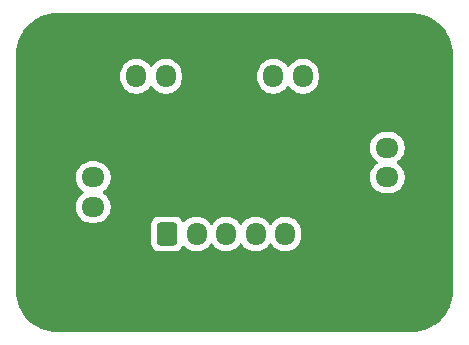
<source format=gbr>
%TF.GenerationSoftware,KiCad,Pcbnew,8.0.5-8.0.5-0~ubuntu24.04.1*%
%TF.CreationDate,2024-10-23T09:38:31+02:00*%
%TF.ProjectId,SensorConnector_PCB,53656e73-6f72-4436-9f6e-6e6563746f72,rev?*%
%TF.SameCoordinates,Original*%
%TF.FileFunction,Copper,L2,Bot*%
%TF.FilePolarity,Positive*%
%FSLAX46Y46*%
G04 Gerber Fmt 4.6, Leading zero omitted, Abs format (unit mm)*
G04 Created by KiCad (PCBNEW 8.0.5-8.0.5-0~ubuntu24.04.1) date 2024-10-23 09:38:31*
%MOMM*%
%LPD*%
G01*
G04 APERTURE LIST*
G04 Aperture macros list*
%AMRoundRect*
0 Rectangle with rounded corners*
0 $1 Rounding radius*
0 $2 $3 $4 $5 $6 $7 $8 $9 X,Y pos of 4 corners*
0 Add a 4 corners polygon primitive as box body*
4,1,4,$2,$3,$4,$5,$6,$7,$8,$9,$2,$3,0*
0 Add four circle primitives for the rounded corners*
1,1,$1+$1,$2,$3*
1,1,$1+$1,$4,$5*
1,1,$1+$1,$6,$7*
1,1,$1+$1,$8,$9*
0 Add four rect primitives between the rounded corners*
20,1,$1+$1,$2,$3,$4,$5,0*
20,1,$1+$1,$4,$5,$6,$7,0*
20,1,$1+$1,$6,$7,$8,$9,0*
20,1,$1+$1,$8,$9,$2,$3,0*%
G04 Aperture macros list end*
%TA.AperFunction,ComponentPad*%
%ADD10RoundRect,0.250000X-0.600000X-0.725000X0.600000X-0.725000X0.600000X0.725000X-0.600000X0.725000X0*%
%TD*%
%TA.AperFunction,ComponentPad*%
%ADD11O,1.700000X1.950000*%
%TD*%
%TA.AperFunction,ComponentPad*%
%ADD12RoundRect,0.250000X0.600000X0.725000X-0.600000X0.725000X-0.600000X-0.725000X0.600000X-0.725000X0*%
%TD*%
%TA.AperFunction,ComponentPad*%
%ADD13C,0.800000*%
%TD*%
%TA.AperFunction,ComponentPad*%
%ADD14C,6.400000*%
%TD*%
%TA.AperFunction,ComponentPad*%
%ADD15RoundRect,0.250000X-0.725000X0.600000X-0.725000X-0.600000X0.725000X-0.600000X0.725000X0.600000X0*%
%TD*%
%TA.AperFunction,ComponentPad*%
%ADD16O,1.950000X1.700000*%
%TD*%
%TA.AperFunction,ComponentPad*%
%ADD17RoundRect,0.250000X0.725000X-0.600000X0.725000X0.600000X-0.725000X0.600000X-0.725000X-0.600000X0*%
%TD*%
G04 APERTURE END LIST*
D10*
%TO.P,J105,1,Pin_1*%
%TO.N,/Capteur_dist_S*%
X109300000Y-85200000D03*
D11*
%TO.P,J105,2,Pin_2*%
%TO.N,/Capteur_dist_N*%
X111800000Y-85200000D03*
%TO.P,J105,3,Pin_3*%
%TO.N,/Capteur_dist_W*%
X114300000Y-85200000D03*
%TO.P,J105,4,Pin_4*%
%TO.N,/Capteur_dist_E*%
X116800000Y-85200000D03*
%TO.P,J105,5,Pin_5*%
%TO.N,+5V*%
X119300000Y-85200000D03*
%TO.P,J105,6,Pin_6*%
%TO.N,GND*%
X121800000Y-85200000D03*
%TD*%
D12*
%TO.P,J101,1,Pin_1*%
%TO.N,GND*%
X111700000Y-71850000D03*
D11*
%TO.P,J101,2,Pin_2*%
%TO.N,+5V*%
X109200000Y-71850000D03*
%TO.P,J101,3,Pin_3*%
%TO.N,/Capteur_dist_N*%
X106700000Y-71850000D03*
%TD*%
D13*
%TO.P,H101,1,1*%
%TO.N,GND*%
X97600000Y-70000000D03*
X98302944Y-68302944D03*
X98302944Y-71697056D03*
X100000000Y-67600000D03*
D14*
X100000000Y-70000000D03*
D13*
X100000000Y-72400000D03*
X101697056Y-68302944D03*
X101697056Y-71697056D03*
X102400000Y-70000000D03*
%TD*%
D15*
%TO.P,J103,1,Pin_1*%
%TO.N,GND*%
X103050000Y-77900000D03*
D16*
%TO.P,J103,2,Pin_2*%
%TO.N,+5V*%
X103050000Y-80400000D03*
%TO.P,J103,3,Pin_3*%
%TO.N,/Capteur_dist_S*%
X103050000Y-82900000D03*
%TD*%
D13*
%TO.P,H104,1,1*%
%TO.N,GND*%
X127600000Y-90000000D03*
X128302944Y-88302944D03*
X128302944Y-91697056D03*
X130000000Y-87600000D03*
D14*
X130000000Y-90000000D03*
D13*
X130000000Y-92400000D03*
X131697056Y-88302944D03*
X131697056Y-91697056D03*
X132400000Y-90000000D03*
%TD*%
D12*
%TO.P,J102,1,Pin_1*%
%TO.N,GND*%
X123300000Y-71850000D03*
D11*
%TO.P,J102,2,Pin_2*%
%TO.N,+5V*%
X120800000Y-71850000D03*
%TO.P,J102,3,Pin_3*%
%TO.N,/Capteur_dist_W*%
X118300000Y-71850000D03*
%TD*%
D17*
%TO.P,J104,1,Pin_1*%
%TO.N,GND*%
X127950000Y-82900000D03*
D16*
%TO.P,J104,2,Pin_2*%
%TO.N,+5V*%
X127950000Y-80400000D03*
%TO.P,J104,3,Pin_3*%
%TO.N,/Capteur_dist_E*%
X127950000Y-77900000D03*
%TD*%
D13*
%TO.P,H102,1,1*%
%TO.N,GND*%
X127600000Y-70000000D03*
X128302944Y-68302944D03*
X128302944Y-71697056D03*
X130000000Y-67600000D03*
D14*
X130000000Y-70000000D03*
D13*
X130000000Y-72400000D03*
X131697056Y-68302944D03*
X131697056Y-71697056D03*
X132400000Y-70000000D03*
%TD*%
%TO.P,H103,1,1*%
%TO.N,GND*%
X97600000Y-90000000D03*
X98302944Y-88302944D03*
X98302944Y-91697056D03*
X100000000Y-87600000D03*
D14*
X100000000Y-90000000D03*
D13*
X100000000Y-92400000D03*
X101697056Y-88302944D03*
X101697056Y-91697056D03*
X102400000Y-90000000D03*
%TD*%
%TA.AperFunction,Conductor*%
%TO.N,GND*%
G36*
X130003032Y-66500648D02*
G01*
X130336929Y-66517052D01*
X130349037Y-66518245D01*
X130452146Y-66533539D01*
X130676699Y-66566849D01*
X130688617Y-66569219D01*
X131009951Y-66649709D01*
X131021588Y-66653240D01*
X131092806Y-66678722D01*
X131333467Y-66764832D01*
X131344688Y-66769479D01*
X131644163Y-66911120D01*
X131654871Y-66916844D01*
X131938988Y-67087137D01*
X131949106Y-67093897D01*
X132215170Y-67291224D01*
X132224576Y-67298944D01*
X132470013Y-67521395D01*
X132478604Y-67529986D01*
X132665755Y-67736475D01*
X132701055Y-67775423D01*
X132708775Y-67784829D01*
X132906102Y-68050893D01*
X132912862Y-68061011D01*
X133041776Y-68276092D01*
X133083148Y-68345116D01*
X133088885Y-68355848D01*
X133230514Y-68655297D01*
X133235170Y-68666540D01*
X133346759Y-68978411D01*
X133350292Y-68990055D01*
X133430777Y-69311369D01*
X133433151Y-69323305D01*
X133481754Y-69650962D01*
X133482947Y-69663071D01*
X133499351Y-69996966D01*
X133499500Y-70003051D01*
X133499500Y-89996948D01*
X133499351Y-90003033D01*
X133482947Y-90336928D01*
X133481754Y-90349037D01*
X133433151Y-90676694D01*
X133430777Y-90688630D01*
X133350292Y-91009944D01*
X133346759Y-91021588D01*
X133235170Y-91333459D01*
X133230514Y-91344702D01*
X133088885Y-91644151D01*
X133083148Y-91654883D01*
X132912862Y-91938988D01*
X132906102Y-91949106D01*
X132708775Y-92215170D01*
X132701055Y-92224576D01*
X132478611Y-92470006D01*
X132470006Y-92478611D01*
X132224576Y-92701055D01*
X132215170Y-92708775D01*
X131949106Y-92906102D01*
X131938988Y-92912862D01*
X131654883Y-93083148D01*
X131644151Y-93088885D01*
X131344702Y-93230514D01*
X131333459Y-93235170D01*
X131021588Y-93346759D01*
X131009944Y-93350292D01*
X130688630Y-93430777D01*
X130676694Y-93433151D01*
X130349037Y-93481754D01*
X130336928Y-93482947D01*
X130021989Y-93498419D01*
X130003031Y-93499351D01*
X129996949Y-93499500D01*
X100003051Y-93499500D01*
X99996968Y-93499351D01*
X99976900Y-93498365D01*
X99663071Y-93482947D01*
X99650962Y-93481754D01*
X99323305Y-93433151D01*
X99311369Y-93430777D01*
X98990055Y-93350292D01*
X98978411Y-93346759D01*
X98666540Y-93235170D01*
X98655301Y-93230515D01*
X98355844Y-93088883D01*
X98345121Y-93083150D01*
X98061011Y-92912862D01*
X98050893Y-92906102D01*
X97784829Y-92708775D01*
X97775423Y-92701055D01*
X97736475Y-92665755D01*
X97529986Y-92478604D01*
X97521395Y-92470013D01*
X97298944Y-92224576D01*
X97291224Y-92215170D01*
X97093897Y-91949106D01*
X97087137Y-91938988D01*
X96916844Y-91654871D01*
X96911120Y-91644163D01*
X96769479Y-91344688D01*
X96764829Y-91333459D01*
X96653240Y-91021588D01*
X96649707Y-91009944D01*
X96640958Y-90975015D01*
X96569219Y-90688617D01*
X96566848Y-90676694D01*
X96518245Y-90349037D01*
X96517052Y-90336927D01*
X96500649Y-90003032D01*
X96500500Y-89996948D01*
X96500500Y-84424983D01*
X107949500Y-84424983D01*
X107949500Y-85975001D01*
X107949501Y-85975018D01*
X107960000Y-86077796D01*
X107960001Y-86077799D01*
X108005894Y-86216294D01*
X108015186Y-86244334D01*
X108107288Y-86393656D01*
X108231344Y-86517712D01*
X108380666Y-86609814D01*
X108547203Y-86664999D01*
X108649991Y-86675500D01*
X109950008Y-86675499D01*
X110052797Y-86664999D01*
X110219334Y-86609814D01*
X110368656Y-86517712D01*
X110492712Y-86393656D01*
X110584814Y-86244334D01*
X110584814Y-86244331D01*
X110588178Y-86238879D01*
X110640126Y-86192154D01*
X110709088Y-86180931D01*
X110773170Y-86208774D01*
X110781398Y-86216294D01*
X110920213Y-86355109D01*
X111092179Y-86480048D01*
X111092181Y-86480049D01*
X111092184Y-86480051D01*
X111281588Y-86576557D01*
X111483757Y-86642246D01*
X111693713Y-86675500D01*
X111693714Y-86675500D01*
X111906286Y-86675500D01*
X111906287Y-86675500D01*
X112116243Y-86642246D01*
X112318412Y-86576557D01*
X112507816Y-86480051D01*
X112529789Y-86464086D01*
X112679786Y-86355109D01*
X112679788Y-86355106D01*
X112679792Y-86355104D01*
X112830104Y-86204792D01*
X112949683Y-86040204D01*
X113005011Y-85997540D01*
X113074624Y-85991561D01*
X113136420Y-86024166D01*
X113150313Y-86040199D01*
X113252560Y-86180931D01*
X113269896Y-86204792D01*
X113420213Y-86355109D01*
X113592179Y-86480048D01*
X113592181Y-86480049D01*
X113592184Y-86480051D01*
X113781588Y-86576557D01*
X113983757Y-86642246D01*
X114193713Y-86675500D01*
X114193714Y-86675500D01*
X114406286Y-86675500D01*
X114406287Y-86675500D01*
X114616243Y-86642246D01*
X114818412Y-86576557D01*
X115007816Y-86480051D01*
X115029789Y-86464086D01*
X115179786Y-86355109D01*
X115179788Y-86355106D01*
X115179792Y-86355104D01*
X115330104Y-86204792D01*
X115449683Y-86040204D01*
X115505011Y-85997540D01*
X115574624Y-85991561D01*
X115636420Y-86024166D01*
X115650313Y-86040199D01*
X115752560Y-86180931D01*
X115769896Y-86204792D01*
X115920213Y-86355109D01*
X116092179Y-86480048D01*
X116092181Y-86480049D01*
X116092184Y-86480051D01*
X116281588Y-86576557D01*
X116483757Y-86642246D01*
X116693713Y-86675500D01*
X116693714Y-86675500D01*
X116906286Y-86675500D01*
X116906287Y-86675500D01*
X117116243Y-86642246D01*
X117318412Y-86576557D01*
X117507816Y-86480051D01*
X117529789Y-86464086D01*
X117679786Y-86355109D01*
X117679788Y-86355106D01*
X117679792Y-86355104D01*
X117830104Y-86204792D01*
X117949683Y-86040204D01*
X118005011Y-85997540D01*
X118074624Y-85991561D01*
X118136420Y-86024166D01*
X118150313Y-86040199D01*
X118252560Y-86180931D01*
X118269896Y-86204792D01*
X118420213Y-86355109D01*
X118592179Y-86480048D01*
X118592181Y-86480049D01*
X118592184Y-86480051D01*
X118781588Y-86576557D01*
X118983757Y-86642246D01*
X119193713Y-86675500D01*
X119193714Y-86675500D01*
X119406286Y-86675500D01*
X119406287Y-86675500D01*
X119616243Y-86642246D01*
X119818412Y-86576557D01*
X120007816Y-86480051D01*
X120029789Y-86464086D01*
X120179786Y-86355109D01*
X120179788Y-86355106D01*
X120179792Y-86355104D01*
X120330104Y-86204792D01*
X120330106Y-86204788D01*
X120330109Y-86204786D01*
X120455048Y-86032820D01*
X120455047Y-86032820D01*
X120455051Y-86032816D01*
X120551557Y-85843412D01*
X120617246Y-85641243D01*
X120650500Y-85431287D01*
X120650500Y-84968713D01*
X120617246Y-84758757D01*
X120551557Y-84556588D01*
X120455051Y-84367184D01*
X120455049Y-84367181D01*
X120455048Y-84367179D01*
X120330109Y-84195213D01*
X120179786Y-84044890D01*
X120007820Y-83919951D01*
X119818414Y-83823444D01*
X119818413Y-83823443D01*
X119818412Y-83823443D01*
X119616243Y-83757754D01*
X119616241Y-83757753D01*
X119616240Y-83757753D01*
X119454957Y-83732208D01*
X119406287Y-83724500D01*
X119193713Y-83724500D01*
X119145042Y-83732208D01*
X118983760Y-83757753D01*
X118781585Y-83823444D01*
X118592179Y-83919951D01*
X118420213Y-84044890D01*
X118269894Y-84195209D01*
X118269890Y-84195214D01*
X118150318Y-84359793D01*
X118094989Y-84402459D01*
X118025375Y-84408438D01*
X117963580Y-84375833D01*
X117949682Y-84359793D01*
X117830109Y-84195214D01*
X117830105Y-84195209D01*
X117679786Y-84044890D01*
X117507820Y-83919951D01*
X117318414Y-83823444D01*
X117318413Y-83823443D01*
X117318412Y-83823443D01*
X117116243Y-83757754D01*
X117116241Y-83757753D01*
X117116240Y-83757753D01*
X116954957Y-83732208D01*
X116906287Y-83724500D01*
X116693713Y-83724500D01*
X116645042Y-83732208D01*
X116483760Y-83757753D01*
X116281585Y-83823444D01*
X116092179Y-83919951D01*
X115920213Y-84044890D01*
X115769894Y-84195209D01*
X115769890Y-84195214D01*
X115650318Y-84359793D01*
X115594989Y-84402459D01*
X115525375Y-84408438D01*
X115463580Y-84375833D01*
X115449682Y-84359793D01*
X115330109Y-84195214D01*
X115330105Y-84195209D01*
X115179786Y-84044890D01*
X115007820Y-83919951D01*
X114818414Y-83823444D01*
X114818413Y-83823443D01*
X114818412Y-83823443D01*
X114616243Y-83757754D01*
X114616241Y-83757753D01*
X114616240Y-83757753D01*
X114454957Y-83732208D01*
X114406287Y-83724500D01*
X114193713Y-83724500D01*
X114145042Y-83732208D01*
X113983760Y-83757753D01*
X113781585Y-83823444D01*
X113592179Y-83919951D01*
X113420213Y-84044890D01*
X113269894Y-84195209D01*
X113269890Y-84195214D01*
X113150318Y-84359793D01*
X113094989Y-84402459D01*
X113025375Y-84408438D01*
X112963580Y-84375833D01*
X112949682Y-84359793D01*
X112830109Y-84195214D01*
X112830105Y-84195209D01*
X112679786Y-84044890D01*
X112507820Y-83919951D01*
X112318414Y-83823444D01*
X112318413Y-83823443D01*
X112318412Y-83823443D01*
X112116243Y-83757754D01*
X112116241Y-83757753D01*
X112116240Y-83757753D01*
X111954957Y-83732208D01*
X111906287Y-83724500D01*
X111693713Y-83724500D01*
X111645042Y-83732208D01*
X111483760Y-83757753D01*
X111281585Y-83823444D01*
X111092179Y-83919951D01*
X110920215Y-84044889D01*
X110781398Y-84183706D01*
X110720075Y-84217190D01*
X110650383Y-84212206D01*
X110594450Y-84170334D01*
X110588178Y-84161120D01*
X110492712Y-84006344D01*
X110368657Y-83882289D01*
X110368656Y-83882288D01*
X110219334Y-83790186D01*
X110052797Y-83735001D01*
X110052795Y-83735000D01*
X109950010Y-83724500D01*
X108649998Y-83724500D01*
X108649981Y-83724501D01*
X108547203Y-83735000D01*
X108547200Y-83735001D01*
X108380668Y-83790185D01*
X108380663Y-83790187D01*
X108231342Y-83882289D01*
X108107289Y-84006342D01*
X108015187Y-84155663D01*
X108015185Y-84155668D01*
X108010325Y-84170334D01*
X107960001Y-84322203D01*
X107960001Y-84322204D01*
X107960000Y-84322204D01*
X107949500Y-84424983D01*
X96500500Y-84424983D01*
X96500500Y-80293713D01*
X101574500Y-80293713D01*
X101574500Y-80506286D01*
X101607753Y-80716239D01*
X101673444Y-80918414D01*
X101769951Y-81107820D01*
X101894890Y-81279786D01*
X102045209Y-81430105D01*
X102045214Y-81430109D01*
X102209793Y-81549682D01*
X102252459Y-81605011D01*
X102258438Y-81674625D01*
X102225833Y-81736420D01*
X102209793Y-81750318D01*
X102045214Y-81869890D01*
X102045209Y-81869894D01*
X101894890Y-82020213D01*
X101769951Y-82192179D01*
X101673444Y-82381585D01*
X101607753Y-82583760D01*
X101574500Y-82793713D01*
X101574500Y-83006286D01*
X101607753Y-83216239D01*
X101673444Y-83418414D01*
X101769951Y-83607820D01*
X101894890Y-83779786D01*
X102045213Y-83930109D01*
X102217179Y-84055048D01*
X102217181Y-84055049D01*
X102217184Y-84055051D01*
X102406588Y-84151557D01*
X102608757Y-84217246D01*
X102818713Y-84250500D01*
X102818714Y-84250500D01*
X103281286Y-84250500D01*
X103281287Y-84250500D01*
X103491243Y-84217246D01*
X103693412Y-84151557D01*
X103882816Y-84055051D01*
X103949859Y-84006342D01*
X104054786Y-83930109D01*
X104054788Y-83930106D01*
X104054792Y-83930104D01*
X104205104Y-83779792D01*
X104205106Y-83779788D01*
X104205109Y-83779786D01*
X104330048Y-83607820D01*
X104330047Y-83607820D01*
X104330051Y-83607816D01*
X104426557Y-83418412D01*
X104492246Y-83216243D01*
X104525500Y-83006287D01*
X104525500Y-82793713D01*
X104492246Y-82583757D01*
X104426557Y-82381588D01*
X104330051Y-82192184D01*
X104330049Y-82192181D01*
X104330048Y-82192179D01*
X104205109Y-82020213D01*
X104054792Y-81869896D01*
X104054784Y-81869890D01*
X103890204Y-81750316D01*
X103847540Y-81694989D01*
X103841561Y-81625376D01*
X103874166Y-81563580D01*
X103890199Y-81549686D01*
X104054792Y-81430104D01*
X104205104Y-81279792D01*
X104205106Y-81279788D01*
X104205109Y-81279786D01*
X104330048Y-81107820D01*
X104330047Y-81107820D01*
X104330051Y-81107816D01*
X104426557Y-80918412D01*
X104492246Y-80716243D01*
X104525500Y-80506287D01*
X104525500Y-80293713D01*
X104492246Y-80083757D01*
X104426557Y-79881588D01*
X104330051Y-79692184D01*
X104330049Y-79692181D01*
X104330048Y-79692179D01*
X104205109Y-79520213D01*
X104054786Y-79369890D01*
X103882820Y-79244951D01*
X103693414Y-79148444D01*
X103693413Y-79148443D01*
X103693412Y-79148443D01*
X103491243Y-79082754D01*
X103491241Y-79082753D01*
X103491240Y-79082753D01*
X103316334Y-79055051D01*
X103281287Y-79049500D01*
X102818713Y-79049500D01*
X102783666Y-79055051D01*
X102608760Y-79082753D01*
X102406585Y-79148444D01*
X102217179Y-79244951D01*
X102045213Y-79369890D01*
X101894890Y-79520213D01*
X101769951Y-79692179D01*
X101673444Y-79881585D01*
X101607753Y-80083760D01*
X101574500Y-80293713D01*
X96500500Y-80293713D01*
X96500500Y-77793713D01*
X126474500Y-77793713D01*
X126474500Y-78006286D01*
X126507753Y-78216239D01*
X126573444Y-78418414D01*
X126669951Y-78607820D01*
X126794890Y-78779786D01*
X126945209Y-78930105D01*
X126945214Y-78930109D01*
X127109793Y-79049682D01*
X127152459Y-79105011D01*
X127158438Y-79174625D01*
X127125833Y-79236420D01*
X127109793Y-79250318D01*
X126945214Y-79369890D01*
X126945209Y-79369894D01*
X126794890Y-79520213D01*
X126669951Y-79692179D01*
X126573444Y-79881585D01*
X126507753Y-80083760D01*
X126474500Y-80293713D01*
X126474500Y-80506286D01*
X126507753Y-80716239D01*
X126573444Y-80918414D01*
X126669951Y-81107820D01*
X126794890Y-81279786D01*
X126945213Y-81430109D01*
X127117179Y-81555048D01*
X127117181Y-81555049D01*
X127117184Y-81555051D01*
X127306588Y-81651557D01*
X127508757Y-81717246D01*
X127718713Y-81750500D01*
X127718714Y-81750500D01*
X128181286Y-81750500D01*
X128181287Y-81750500D01*
X128391243Y-81717246D01*
X128593412Y-81651557D01*
X128782816Y-81555051D01*
X128804789Y-81539086D01*
X128954786Y-81430109D01*
X128954788Y-81430106D01*
X128954792Y-81430104D01*
X129105104Y-81279792D01*
X129105106Y-81279788D01*
X129105109Y-81279786D01*
X129230048Y-81107820D01*
X129230047Y-81107820D01*
X129230051Y-81107816D01*
X129326557Y-80918412D01*
X129392246Y-80716243D01*
X129425500Y-80506287D01*
X129425500Y-80293713D01*
X129392246Y-80083757D01*
X129326557Y-79881588D01*
X129230051Y-79692184D01*
X129230049Y-79692181D01*
X129230048Y-79692179D01*
X129105109Y-79520213D01*
X128954792Y-79369896D01*
X128954784Y-79369890D01*
X128790204Y-79250316D01*
X128747540Y-79194989D01*
X128741561Y-79125376D01*
X128774166Y-79063580D01*
X128790199Y-79049686D01*
X128954792Y-78930104D01*
X129105104Y-78779792D01*
X129105106Y-78779788D01*
X129105109Y-78779786D01*
X129230048Y-78607820D01*
X129230047Y-78607820D01*
X129230051Y-78607816D01*
X129326557Y-78418412D01*
X129392246Y-78216243D01*
X129425500Y-78006287D01*
X129425500Y-77793713D01*
X129392246Y-77583757D01*
X129326557Y-77381588D01*
X129230051Y-77192184D01*
X129230049Y-77192181D01*
X129230048Y-77192179D01*
X129105109Y-77020213D01*
X128954786Y-76869890D01*
X128782820Y-76744951D01*
X128593414Y-76648444D01*
X128593413Y-76648443D01*
X128593412Y-76648443D01*
X128391243Y-76582754D01*
X128391241Y-76582753D01*
X128391240Y-76582753D01*
X128229957Y-76557208D01*
X128181287Y-76549500D01*
X127718713Y-76549500D01*
X127670042Y-76557208D01*
X127508760Y-76582753D01*
X127306585Y-76648444D01*
X127117179Y-76744951D01*
X126945213Y-76869890D01*
X126794890Y-77020213D01*
X126669951Y-77192179D01*
X126573444Y-77381585D01*
X126507753Y-77583760D01*
X126474500Y-77793713D01*
X96500500Y-77793713D01*
X96500500Y-71618713D01*
X105349500Y-71618713D01*
X105349500Y-72081286D01*
X105382753Y-72291239D01*
X105448444Y-72493414D01*
X105544951Y-72682820D01*
X105669890Y-72854786D01*
X105820213Y-73005109D01*
X105992179Y-73130048D01*
X105992181Y-73130049D01*
X105992184Y-73130051D01*
X106181588Y-73226557D01*
X106383757Y-73292246D01*
X106593713Y-73325500D01*
X106593714Y-73325500D01*
X106806286Y-73325500D01*
X106806287Y-73325500D01*
X107016243Y-73292246D01*
X107218412Y-73226557D01*
X107407816Y-73130051D01*
X107429789Y-73114086D01*
X107579786Y-73005109D01*
X107579788Y-73005106D01*
X107579792Y-73005104D01*
X107730104Y-72854792D01*
X107849683Y-72690204D01*
X107905011Y-72647540D01*
X107974624Y-72641561D01*
X108036420Y-72674166D01*
X108050313Y-72690199D01*
X108169892Y-72854786D01*
X108169896Y-72854792D01*
X108320213Y-73005109D01*
X108492179Y-73130048D01*
X108492181Y-73130049D01*
X108492184Y-73130051D01*
X108681588Y-73226557D01*
X108883757Y-73292246D01*
X109093713Y-73325500D01*
X109093714Y-73325500D01*
X109306286Y-73325500D01*
X109306287Y-73325500D01*
X109516243Y-73292246D01*
X109718412Y-73226557D01*
X109907816Y-73130051D01*
X109929789Y-73114086D01*
X110079786Y-73005109D01*
X110079788Y-73005106D01*
X110079792Y-73005104D01*
X110230104Y-72854792D01*
X110230106Y-72854788D01*
X110230109Y-72854786D01*
X110355048Y-72682820D01*
X110355047Y-72682820D01*
X110355051Y-72682816D01*
X110451557Y-72493412D01*
X110517246Y-72291243D01*
X110550500Y-72081287D01*
X110550500Y-71618713D01*
X116949500Y-71618713D01*
X116949500Y-72081286D01*
X116982753Y-72291239D01*
X117048444Y-72493414D01*
X117144951Y-72682820D01*
X117269890Y-72854786D01*
X117420213Y-73005109D01*
X117592179Y-73130048D01*
X117592181Y-73130049D01*
X117592184Y-73130051D01*
X117781588Y-73226557D01*
X117983757Y-73292246D01*
X118193713Y-73325500D01*
X118193714Y-73325500D01*
X118406286Y-73325500D01*
X118406287Y-73325500D01*
X118616243Y-73292246D01*
X118818412Y-73226557D01*
X119007816Y-73130051D01*
X119029789Y-73114086D01*
X119179786Y-73005109D01*
X119179788Y-73005106D01*
X119179792Y-73005104D01*
X119330104Y-72854792D01*
X119449683Y-72690204D01*
X119505011Y-72647540D01*
X119574624Y-72641561D01*
X119636420Y-72674166D01*
X119650313Y-72690199D01*
X119769892Y-72854786D01*
X119769896Y-72854792D01*
X119920213Y-73005109D01*
X120092179Y-73130048D01*
X120092181Y-73130049D01*
X120092184Y-73130051D01*
X120281588Y-73226557D01*
X120483757Y-73292246D01*
X120693713Y-73325500D01*
X120693714Y-73325500D01*
X120906286Y-73325500D01*
X120906287Y-73325500D01*
X121116243Y-73292246D01*
X121318412Y-73226557D01*
X121507816Y-73130051D01*
X121529789Y-73114086D01*
X121679786Y-73005109D01*
X121679788Y-73005106D01*
X121679792Y-73005104D01*
X121830104Y-72854792D01*
X121830106Y-72854788D01*
X121830109Y-72854786D01*
X121955048Y-72682820D01*
X121955047Y-72682820D01*
X121955051Y-72682816D01*
X122051557Y-72493412D01*
X122117246Y-72291243D01*
X122150500Y-72081287D01*
X122150500Y-71618713D01*
X122117246Y-71408757D01*
X122051557Y-71206588D01*
X121955051Y-71017184D01*
X121955049Y-71017181D01*
X121955048Y-71017179D01*
X121830109Y-70845213D01*
X121679786Y-70694890D01*
X121507820Y-70569951D01*
X121318414Y-70473444D01*
X121318413Y-70473443D01*
X121318412Y-70473443D01*
X121116243Y-70407754D01*
X121116241Y-70407753D01*
X121116240Y-70407753D01*
X120954957Y-70382208D01*
X120906287Y-70374500D01*
X120693713Y-70374500D01*
X120645042Y-70382208D01*
X120483760Y-70407753D01*
X120281585Y-70473444D01*
X120092179Y-70569951D01*
X119920213Y-70694890D01*
X119769894Y-70845209D01*
X119769890Y-70845214D01*
X119650318Y-71009793D01*
X119594989Y-71052459D01*
X119525375Y-71058438D01*
X119463580Y-71025833D01*
X119449682Y-71009793D01*
X119330109Y-70845214D01*
X119330105Y-70845209D01*
X119179786Y-70694890D01*
X119007820Y-70569951D01*
X118818414Y-70473444D01*
X118818413Y-70473443D01*
X118818412Y-70473443D01*
X118616243Y-70407754D01*
X118616241Y-70407753D01*
X118616240Y-70407753D01*
X118454957Y-70382208D01*
X118406287Y-70374500D01*
X118193713Y-70374500D01*
X118145042Y-70382208D01*
X117983760Y-70407753D01*
X117781585Y-70473444D01*
X117592179Y-70569951D01*
X117420213Y-70694890D01*
X117269890Y-70845213D01*
X117144951Y-71017179D01*
X117048444Y-71206585D01*
X116982753Y-71408760D01*
X116949500Y-71618713D01*
X110550500Y-71618713D01*
X110517246Y-71408757D01*
X110451557Y-71206588D01*
X110355051Y-71017184D01*
X110355049Y-71017181D01*
X110355048Y-71017179D01*
X110230109Y-70845213D01*
X110079786Y-70694890D01*
X109907820Y-70569951D01*
X109718414Y-70473444D01*
X109718413Y-70473443D01*
X109718412Y-70473443D01*
X109516243Y-70407754D01*
X109516241Y-70407753D01*
X109516240Y-70407753D01*
X109354957Y-70382208D01*
X109306287Y-70374500D01*
X109093713Y-70374500D01*
X109045042Y-70382208D01*
X108883760Y-70407753D01*
X108681585Y-70473444D01*
X108492179Y-70569951D01*
X108320213Y-70694890D01*
X108169894Y-70845209D01*
X108169890Y-70845214D01*
X108050318Y-71009793D01*
X107994989Y-71052459D01*
X107925375Y-71058438D01*
X107863580Y-71025833D01*
X107849682Y-71009793D01*
X107730109Y-70845214D01*
X107730105Y-70845209D01*
X107579786Y-70694890D01*
X107407820Y-70569951D01*
X107218414Y-70473444D01*
X107218413Y-70473443D01*
X107218412Y-70473443D01*
X107016243Y-70407754D01*
X107016241Y-70407753D01*
X107016240Y-70407753D01*
X106854957Y-70382208D01*
X106806287Y-70374500D01*
X106593713Y-70374500D01*
X106545042Y-70382208D01*
X106383760Y-70407753D01*
X106181585Y-70473444D01*
X105992179Y-70569951D01*
X105820213Y-70694890D01*
X105669890Y-70845213D01*
X105544951Y-71017179D01*
X105448444Y-71206585D01*
X105382753Y-71408760D01*
X105349500Y-71618713D01*
X96500500Y-71618713D01*
X96500500Y-70003051D01*
X96500649Y-69996967D01*
X96517052Y-69663072D01*
X96518245Y-69650962D01*
X96566849Y-69323296D01*
X96569218Y-69311385D01*
X96649710Y-68990043D01*
X96653240Y-68978411D01*
X96764835Y-68666525D01*
X96769476Y-68655318D01*
X96911124Y-68355828D01*
X96916840Y-68345136D01*
X97087145Y-68060998D01*
X97093888Y-68050905D01*
X97291232Y-67784818D01*
X97298935Y-67775433D01*
X97521405Y-67529975D01*
X97529975Y-67521405D01*
X97775433Y-67298935D01*
X97784818Y-67291232D01*
X98050905Y-67093888D01*
X98060998Y-67087145D01*
X98345136Y-66916840D01*
X98355828Y-66911124D01*
X98655318Y-66769476D01*
X98666525Y-66764835D01*
X98978412Y-66653239D01*
X98990043Y-66649710D01*
X99311385Y-66569218D01*
X99323296Y-66566849D01*
X99650962Y-66518244D01*
X99663068Y-66517052D01*
X99996967Y-66500648D01*
X100003051Y-66500500D01*
X100065892Y-66500500D01*
X129934108Y-66500500D01*
X129996949Y-66500500D01*
X130003032Y-66500648D01*
G37*
%TD.AperFunction*%
%TD*%
M02*

</source>
